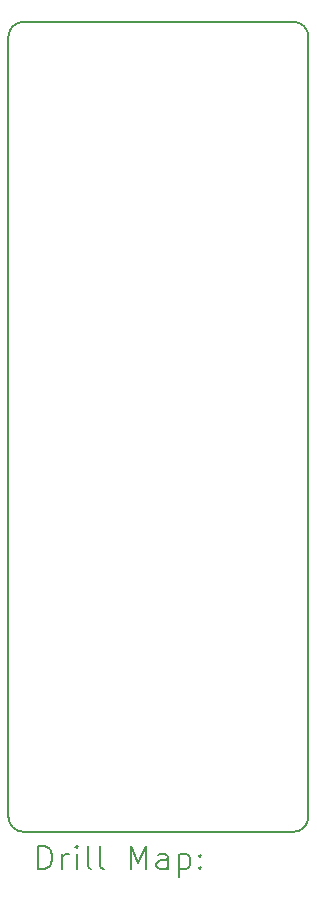
<source format=gbr>
%TF.GenerationSoftware,KiCad,Pcbnew,9.0.6-9.0.6~ubuntu25.10.1*%
%TF.CreationDate,2025-12-22T11:42:07+09:00*%
%TF.ProjectId,bionic-s80c196kc,62696f6e-6963-42d7-9338-30633139366b,1*%
%TF.SameCoordinates,Original*%
%TF.FileFunction,Drillmap*%
%TF.FilePolarity,Positive*%
%FSLAX45Y45*%
G04 Gerber Fmt 4.5, Leading zero omitted, Abs format (unit mm)*
G04 Created by KiCad (PCBNEW 9.0.6-9.0.6~ubuntu25.10.1) date 2025-12-22 11:42:07*
%MOMM*%
%LPD*%
G01*
G04 APERTURE LIST*
%ADD10C,0.150000*%
%ADD11C,0.200000*%
G04 APERTURE END LIST*
D10*
X12640000Y-13731000D02*
G75*
G02*
X12513000Y-13858000I-127000J0D01*
G01*
X12513000Y-7000000D02*
G75*
G02*
X12640000Y-7127000I0J-127000D01*
G01*
X10227000Y-7000000D02*
X12513000Y-7000000D01*
X10227000Y-13858000D02*
G75*
G02*
X10100000Y-13731000I0J127000D01*
G01*
X10100000Y-7127000D02*
G75*
G02*
X10227000Y-7000000I127000J0D01*
G01*
X12513000Y-13858000D02*
X10227000Y-13858000D01*
X12640000Y-7127000D02*
X12640000Y-13731000D01*
X10100000Y-13731000D02*
X10100000Y-7127000D01*
D11*
X10353277Y-14176984D02*
X10353277Y-13976984D01*
X10353277Y-13976984D02*
X10400896Y-13976984D01*
X10400896Y-13976984D02*
X10429467Y-13986508D01*
X10429467Y-13986508D02*
X10448515Y-14005555D01*
X10448515Y-14005555D02*
X10458039Y-14024603D01*
X10458039Y-14024603D02*
X10467563Y-14062698D01*
X10467563Y-14062698D02*
X10467563Y-14091269D01*
X10467563Y-14091269D02*
X10458039Y-14129365D01*
X10458039Y-14129365D02*
X10448515Y-14148412D01*
X10448515Y-14148412D02*
X10429467Y-14167460D01*
X10429467Y-14167460D02*
X10400896Y-14176984D01*
X10400896Y-14176984D02*
X10353277Y-14176984D01*
X10553277Y-14176984D02*
X10553277Y-14043650D01*
X10553277Y-14081746D02*
X10562801Y-14062698D01*
X10562801Y-14062698D02*
X10572324Y-14053174D01*
X10572324Y-14053174D02*
X10591372Y-14043650D01*
X10591372Y-14043650D02*
X10610420Y-14043650D01*
X10677086Y-14176984D02*
X10677086Y-14043650D01*
X10677086Y-13976984D02*
X10667563Y-13986508D01*
X10667563Y-13986508D02*
X10677086Y-13996031D01*
X10677086Y-13996031D02*
X10686610Y-13986508D01*
X10686610Y-13986508D02*
X10677086Y-13976984D01*
X10677086Y-13976984D02*
X10677086Y-13996031D01*
X10800896Y-14176984D02*
X10781848Y-14167460D01*
X10781848Y-14167460D02*
X10772324Y-14148412D01*
X10772324Y-14148412D02*
X10772324Y-13976984D01*
X10905658Y-14176984D02*
X10886610Y-14167460D01*
X10886610Y-14167460D02*
X10877086Y-14148412D01*
X10877086Y-14148412D02*
X10877086Y-13976984D01*
X11134229Y-14176984D02*
X11134229Y-13976984D01*
X11134229Y-13976984D02*
X11200896Y-14119841D01*
X11200896Y-14119841D02*
X11267562Y-13976984D01*
X11267562Y-13976984D02*
X11267562Y-14176984D01*
X11448515Y-14176984D02*
X11448515Y-14072222D01*
X11448515Y-14072222D02*
X11438991Y-14053174D01*
X11438991Y-14053174D02*
X11419943Y-14043650D01*
X11419943Y-14043650D02*
X11381848Y-14043650D01*
X11381848Y-14043650D02*
X11362801Y-14053174D01*
X11448515Y-14167460D02*
X11429467Y-14176984D01*
X11429467Y-14176984D02*
X11381848Y-14176984D01*
X11381848Y-14176984D02*
X11362801Y-14167460D01*
X11362801Y-14167460D02*
X11353277Y-14148412D01*
X11353277Y-14148412D02*
X11353277Y-14129365D01*
X11353277Y-14129365D02*
X11362801Y-14110317D01*
X11362801Y-14110317D02*
X11381848Y-14100793D01*
X11381848Y-14100793D02*
X11429467Y-14100793D01*
X11429467Y-14100793D02*
X11448515Y-14091269D01*
X11543753Y-14043650D02*
X11543753Y-14243650D01*
X11543753Y-14053174D02*
X11562801Y-14043650D01*
X11562801Y-14043650D02*
X11600896Y-14043650D01*
X11600896Y-14043650D02*
X11619943Y-14053174D01*
X11619943Y-14053174D02*
X11629467Y-14062698D01*
X11629467Y-14062698D02*
X11638991Y-14081746D01*
X11638991Y-14081746D02*
X11638991Y-14138888D01*
X11638991Y-14138888D02*
X11629467Y-14157936D01*
X11629467Y-14157936D02*
X11619943Y-14167460D01*
X11619943Y-14167460D02*
X11600896Y-14176984D01*
X11600896Y-14176984D02*
X11562801Y-14176984D01*
X11562801Y-14176984D02*
X11543753Y-14167460D01*
X11724705Y-14157936D02*
X11734229Y-14167460D01*
X11734229Y-14167460D02*
X11724705Y-14176984D01*
X11724705Y-14176984D02*
X11715182Y-14167460D01*
X11715182Y-14167460D02*
X11724705Y-14157936D01*
X11724705Y-14157936D02*
X11724705Y-14176984D01*
X11724705Y-14053174D02*
X11734229Y-14062698D01*
X11734229Y-14062698D02*
X11724705Y-14072222D01*
X11724705Y-14072222D02*
X11715182Y-14062698D01*
X11715182Y-14062698D02*
X11724705Y-14053174D01*
X11724705Y-14053174D02*
X11724705Y-14072222D01*
M02*

</source>
